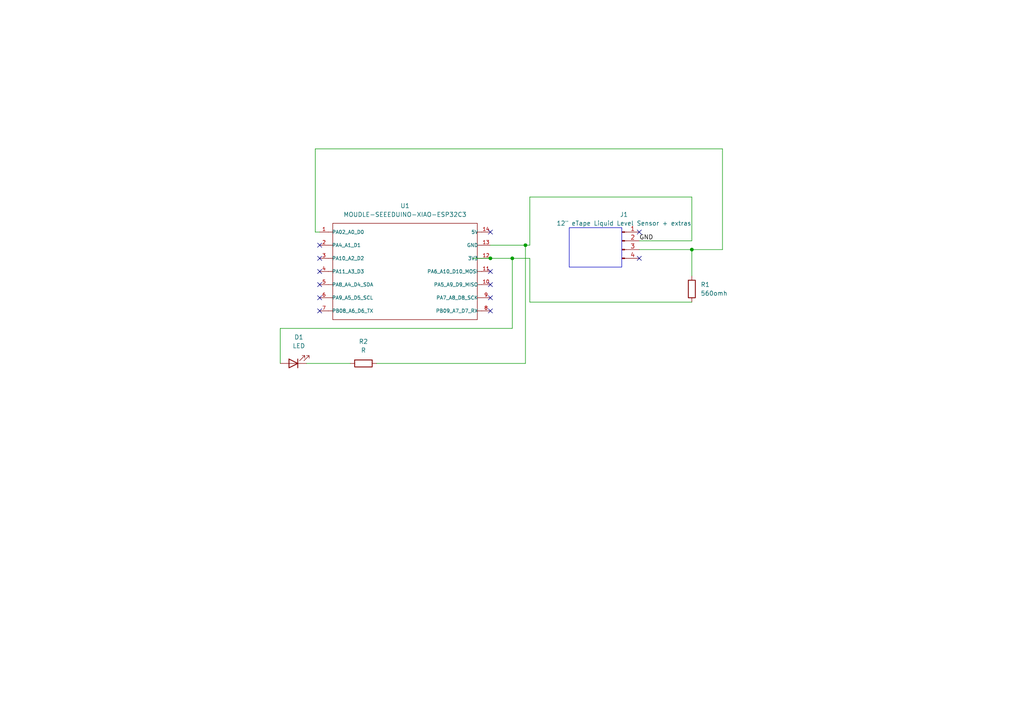
<source format=kicad_sch>
(kicad_sch (version 20231120) (generator "eeschema") (generator_version "8.0")
  (paper "A4")
  (lib_symbols
    (symbol "Connector:Conn_01x04_Pin" (pin_names (offset 1.016) hide)
      (property "Reference" "J" (at 0 5.08 0))
      (property "Value" "Conn_01x04_Pin" (at 0 -7.62 0))
      (symbol "Conn_01x04_Pin_1_1"
        (polyline (pts (xy 1.27 -5.08) (xy 0.8636 -5.08)) (stroke (width 0.1524)))
        (polyline (pts (xy 1.27 -2.54) (xy 0.8636 -2.54)) (stroke (width 0.1524)))
        (polyline (pts (xy 1.27 0) (xy 0.8636 0)) (stroke (width 0.1524)))
        (polyline (pts (xy 1.27 2.54) (xy 0.8636 2.54)) (stroke (width 0.1524)))
        (rectangle (start 0.8636 -4.953) (end 0 -5.207) (stroke (width 0.1524)) (fill (type outline)))
        (rectangle (start 0.8636 -2.413) (end 0 -2.667) (stroke (width 0.1524)) (fill (type outline)))
        (rectangle (start 0.8636 0.127) (end 0 -0.127) (stroke (width 0.1524)) (fill (type outline)))
        (rectangle (start 0.8636 2.667) (end 0 2.413) (stroke (width 0.1524)) (fill (type outline)))
        (pin passive line (at 5.08 2.54 180) (length 3.81) (name "Pin_1") (number "1"))
        (pin passive line (at 5.08 0 180) (length 3.81) (name "Pin_2") (number "2"))
        (pin passive line (at 5.08 -2.54 180) (length 3.81) (name "Pin_3") (number "3"))
        (pin passive line (at 5.08 -5.08 180) (length 3.81) (name "Pin_4") (number "4"))
      )
    )
    (symbol "Device:LED" (pin_numbers hide) (pin_names (offset 1.016) hide)
      (property "Reference" "D" (at 0 2.54 0))
      (property "Value" "LED" (at 0 -2.54 0))
      (symbol "LED_0_1"
        (polyline (pts (xy -1.27 -1.27) (xy -1.27 1.27)) (stroke (width 0.254)))
        (polyline (pts (xy -1.27 0) (xy 1.27 0)))
        (polyline (pts (xy 1.27 -1.27) (xy 1.27 1.27) (xy -1.27 0) (xy 1.27 -1.27)) (stroke (width 0.254)))
        (polyline (pts (xy -3.048 -0.762) (xy -4.572 -2.286) (xy -3.81 -2.286) (xy -4.572 -2.286) (xy -4.572 -1.524)))
        (polyline (pts (xy -1.778 -0.762) (xy -3.302 -2.286) (xy -2.54 -2.286) (xy -3.302 -2.286) (xy -3.302 -1.524)))
      )
      (symbol "LED_1_1"
        (pin passive line (at -3.81 0 0) (length 2.54) (name "K") (number "1"))
        (pin passive line (at 3.81 0 180) (length 2.54) (name "A") (number "2"))
      )
    )
    (symbol "Device:R" (pin_numbers hide) (pin_names (offset 0))
      (property "Reference" "R" (at 2.032 0 90))
      (property "Value" "R" (at 0 0 90))
      (symbol "R_0_1"
        (rectangle (start -1.016 -2.54) (end 1.016 2.54) (stroke (width 0.254)))
      )
      (symbol "R_1_1"
        (pin passive line (at 0 3.81 270) (length 1.27) (name "~") (number "1"))
        (pin passive line (at 0 -3.81 90) (length 1.27) (name "~") (number "2"))
      )
    )
    (symbol "MOUDLE-SEEEDUINO-XIAO-ESP32C3:MOUDLE-SEEEDUINO-XIAO-ESP32C3" (pin_names (offset 1.016))
      (property "Reference" "U" (at -21.59 15.24 0))
      (property "Value" "MOUDLE-SEEEDUINO-XIAO-ESP32C3" (at -21.59 13.97 0))
      (symbol "MOUDLE-SEEEDUINO-XIAO-ESP32C3_0_0"
        (polyline (pts (xy -21.59 -13.97) (xy -21.59 0)) (stroke (width 0.1524)))
        (polyline (pts (xy -21.59 -11.43) (xy -22.86 -11.43)) (stroke (width 0.1524)))
        (polyline (pts (xy -21.59 -7.62) (xy -22.86 -7.62)) (stroke (width 0.1524)))
        (polyline (pts (xy -21.59 -3.81) (xy -22.86 -3.81)) (stroke (width 0.1524)))
        (polyline (pts (xy -21.59 0) (xy -22.86 0)) (stroke (width 0.1524)))
        (polyline (pts (xy -21.59 0) (xy -21.59 3.81)) (stroke (width 0.1524)))
        (polyline (pts (xy -21.59 3.81) (xy -22.86 3.81)) (stroke (width 0.1524)))
        (polyline (pts (xy -21.59 3.81) (xy -21.59 7.62)) (stroke (width 0.1524)))
        (polyline (pts (xy -21.59 7.62) (xy -22.86 7.62)) (stroke (width 0.1524)))
        (polyline (pts (xy -21.59 7.62) (xy -21.59 11.43)) (stroke (width 0.1524)))
        (polyline (pts (xy -21.59 11.43) (xy -22.86 11.43)) (stroke (width 0.1524)))
        (polyline (pts (xy -21.59 11.43) (xy -21.59 13.97)) (stroke (width 0.1524)))
        (polyline (pts (xy -21.59 13.97) (xy 20.32 13.97)) (stroke (width 0.1524)))
        (polyline (pts (xy 20.32 -13.97) (xy -21.59 -13.97)) (stroke (width 0.1524)))
        (polyline (pts (xy 20.32 3.81) (xy 20.32 -13.97)) (stroke (width 0.1524)))
        (polyline (pts (xy 20.32 7.62) (xy 20.32 3.81)) (stroke (width 0.1524)))
        (polyline (pts (xy 20.32 11.43) (xy 20.32 7.62)) (stroke (width 0.1524)))
        (polyline (pts (xy 20.32 13.97) (xy 20.32 11.43)) (stroke (width 0.1524)))
        (polyline (pts (xy 21.59 -11.43) (xy 20.32 -11.43)) (stroke (width 0.1524)))
        (polyline (pts (xy 21.59 -7.62) (xy 20.32 -7.62)) (stroke (width 0.1524)))
        (polyline (pts (xy 21.59 -3.81) (xy 20.32 -3.81)) (stroke (width 0.1524)))
        (polyline (pts (xy 21.59 0) (xy 20.32 0)) (stroke (width 0.1524)))
        (polyline (pts (xy 21.59 3.81) (xy 20.32 3.81)) (stroke (width 0.1524)))
        (polyline (pts (xy 21.59 7.62) (xy 20.32 7.62)) (stroke (width 0.1524)))
        (polyline (pts (xy 21.59 11.43) (xy 20.32 11.43)) (stroke (width 0.1524)))
        (pin bidirectional line (at -25.4 11.43 0) (length 2.54) (name "PA02_A0_D0") (number "1"))
        (pin bidirectional line (at 24.13 -3.81 180) (length 2.54) (name "PA5_A9_D9_MISO") (number "10"))
        (pin bidirectional line (at 24.13 0 180) (length 2.54) (name "PA6_A10_D10_MOSI") (number "11"))
        (pin bidirectional line (at 24.13 3.81 180) (length 2.54) (name "3V3") (number "12"))
        (pin bidirectional line (at 24.13 7.62 180) (length 2.54) (name "GND") (number "13"))
        (pin bidirectional line (at 24.13 11.43 180) (length 2.54) (name "5V") (number "14"))
        (pin bidirectional line (at -25.4 7.62 0) (length 2.54) (name "PA4_A1_D1") (number "2"))
        (pin bidirectional line (at -25.4 3.81 0) (length 2.54) (name "PA10_A2_D2") (number "3"))
        (pin bidirectional line (at -25.4 0 0) (length 2.54) (name "PA11_A3_D3") (number "4"))
        (pin bidirectional line (at -25.4 -3.81 0) (length 2.54) (name "PA8_A4_D4_SDA") (number "5"))
        (pin bidirectional line (at -25.4 -7.62 0) (length 2.54) (name "PA9_A5_D5_SCL") (number "6"))
        (pin bidirectional line (at -25.4 -11.43 0) (length 2.54) (name "PB08_A6_D6_TX") (number "7"))
        (pin bidirectional line (at 24.13 -11.43 180) (length 2.54) (name "PB09_A7_D7_RX") (number "8"))
        (pin bidirectional line (at 24.13 -7.62 180) (length 2.54) (name "PA7_A8_D8_SCK") (number "9"))
      )
    )
  )
  (junction (at 152.4 71.12))
  (junction (at 148.59 74.93))
  (junction (at 142.24 74.93))
  (junction (at 200.66 72.39))
  (no_connect (at 142.24 82.55))
  (no_connect (at 142.24 67.31))
  (no_connect (at 92.71 82.55))
  (no_connect (at 92.71 90.17))
  (no_connect (at 92.71 78.74))
  (no_connect (at 92.71 71.12))
  (no_connect (at 142.24 78.74))
  (no_connect (at 92.71 86.36))
  (no_connect (at 185.42 67.31))
  (no_connect (at 142.24 86.36))
  (no_connect (at 92.71 74.93))
  (no_connect (at 185.42 74.93))
  (no_connect (at 142.24 90.17))
  (wire (pts (xy 81.28 105.41) (xy 81.28 95.25)))
  (wire (pts (xy 153.67 87.63) (xy 200.66 87.63)))
  (wire (pts (xy 209.55 72.39) (xy 209.55 43.18)))
  (wire (pts (xy 185.42 72.39) (xy 200.66 72.39)))
  (wire (pts (xy 88.9 105.41) (xy 101.6 105.41)))
  (wire (pts (xy 200.66 57.15) (xy 153.67 57.15)))
  (wire (pts (xy 137.16 74.93) (xy 142.24 74.93)))
  (wire (pts (xy 148.59 74.93) (xy 153.67 74.93)))
  (wire (pts (xy 152.4 71.12) (xy 153.67 71.12)))
  (wire (pts (xy 153.67 74.93) (xy 153.67 87.63)))
  (wire (pts (xy 142.24 71.12) (xy 152.4 71.12)))
  (wire (pts (xy 209.55 43.18) (xy 91.44 43.18)))
  (wire (pts (xy 91.44 43.18) (xy 91.44 67.31)))
  (wire (pts (xy 153.67 57.15) (xy 153.67 71.12)))
  (wire (pts (xy 185.42 69.85) (xy 200.66 69.85)))
  (wire (pts (xy 81.28 95.25) (xy 148.59 95.25)))
  (wire (pts (xy 109.22 105.41) (xy 152.4 105.41)))
  (wire (pts (xy 200.66 69.85) (xy 200.66 57.15)))
  (wire (pts (xy 152.4 105.41) (xy 152.4 71.12)))
  (wire (pts (xy 148.59 74.93) (xy 148.59 95.25)))
  (wire (pts (xy 142.24 74.93) (xy 148.59 74.93)))
  (wire (pts (xy 91.44 67.31) (xy 92.71 67.31)))
  (wire (pts (xy 200.66 72.39) (xy 200.66 80.01)))
  (wire (pts (xy 200.66 72.39) (xy 209.55 72.39)))
  (rectangle (start 165.1 66.04) (end 180.34 77.47))
  (label "GND" (at 185.42 69.85 0))
  (symbol (lib_id "Device:R") (at 105.41 105.41 90) (unit 1)
    (property "Reference" "R2" (at 105.41 99.06 90))
    (property "Value" "R" (at 105.41 101.6 90))
    (property "Footprint" "Resistor_SMD:R_0805_2012Metric_Pad1.20x1.40mm_HandSolder" (effects (hide yes)))
    (property "Description" "Resistor" (effects (hide yes)))
  )
  (symbol (lib_id "Device:LED") (at 85.09 105.41 180) (unit 1)
    (property "Reference" "D1" (at 86.6775 97.79 0))
    (property "Value" "LED" (at 86.6775 100.33 0))
    (property "Footprint" "LED_SMD:LED_0805_2012Metric_Pad1.15x1.40mm_HandSolder" (effects (hide yes)))
    (property "Description" "Light emitting diode" (effects (hide yes)))
  )
  (symbol (lib_id "Connector:Conn_01x04_Pin") (at 180.34 69.85 0) (unit 1)
    (property "Reference" "J1" (at 180.975 62.23 0))
    (property "Value" "12\" eTape Liquid Level Sensor + extras" (at 180.975 64.77 0))
    (property "Footprint" "Connector_PinHeader_2.54mm:PinHeader_1x04_P2.54mm_Vertical" (effects (hide yes)))
    (property "Description" "Generic connector, single row, 01x04, script generated" (effects (hide yes)))
  )
  (symbol (lib_id "Device:R") (at 200.66 83.82 0) (unit 1)
    (property "Reference" "R1" (at 203.2 82.5499 0) (effects (justify left)))
    (property "Value" "560omh" (at 203.2 85.0899 0) (effects (justify left)))
    (property "Footprint" "Resistor_SMD:R_0805_2012Metric_Pad1.20x1.40mm_HandSolder" (effects (hide yes)))
    (property "Description" "Resistor" (effects (hide yes)))
  )
  (symbol (lib_id "MOUDLE-SEEEDUINO-XIAO-ESP32C3:MOUDLE-SEEEDUINO-XIAO-ESP32C3") (at 118.11 78.74 0) (unit 1)
    (property "Reference" "U1" (at 117.475 59.69 0))
    (property "Value" "MOUDLE-SEEEDUINO-XIAO-ESP32C3" (at 117.475 62.23 0))
    (property "Footprint" "xiao ESP32C3_PCB:MOUDLE14P-SMD-2.54-21X17.8MM" (effects (hide yes)))
  )
)
</source>
